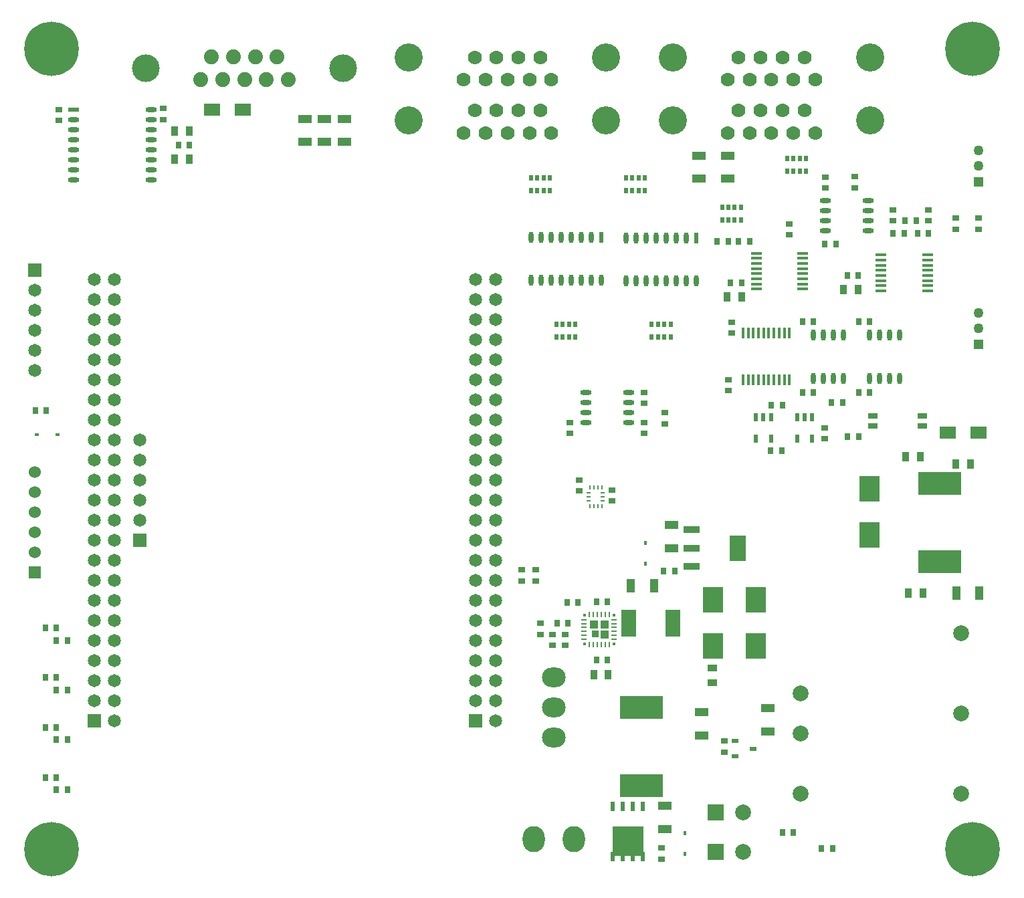
<source format=gbr>
%FSTAX23Y23*%
%MOIN*%
%SFA1B1*%

%IPPOS*%
%ADD10R,0.021654X0.017716*%
%ADD11R,0.019685X0.027559*%
%ADD12R,0.047244X0.031496*%
%ADD13R,0.084646X0.037402*%
%ADD14R,0.084646X0.127953*%
%ADD15R,0.035433X0.035433*%
%ADD16R,0.027559X0.009842*%
%ADD17R,0.009842X0.027559*%
%ADD18R,0.014764X0.014764*%
%ADD19R,0.044291X0.044291*%
%ADD20O,0.023622X0.057087*%
%ADD21O,0.023622X0.057087*%
%ADD22R,0.023622X0.057087*%
%ADD23R,0.057087X0.023622*%
%ADD24O,0.057087X0.023622*%
%ADD25O,0.057087X0.023622*%
%ADD26R,0.009842X0.021654*%
%ADD27R,0.021654X0.009842*%
%ADD28R,0.023622X0.039370*%
%ADD29O,0.055118X0.015748*%
%ADD30O,0.015748X0.055118*%
%ADD31R,0.027559X0.035433*%
%ADD32R,0.037402X0.051181*%
%ADD33R,0.035433X0.027559*%
%ADD34R,0.051181X0.037402*%
%ADD35R,0.035433X0.023622*%
%ADD36R,0.153937X0.147638*%
%ADD37R,0.024016X0.050000*%
%ADD38R,0.212598X0.114173*%
%ADD39R,0.072835X0.133858*%
%ADD40R,0.066929X0.041339*%
%ADD41R,0.084646X0.064961*%
%ADD42R,0.017716X0.021654*%
%ADD43R,0.098425X0.125000*%
%ADD44R,0.041339X0.066929*%
%ADD53C,0.050000*%
%ADD54R,0.050000X0.050000*%
%ADD55C,0.140000*%
%ADD56C,0.070000*%
%ADD57C,0.078740*%
%ADD58R,0.065000X0.065000*%
%ADD59C,0.065000*%
%ADD60O,0.110236X0.129921*%
%ADD61O,0.118110X0.098425*%
%ADD62C,0.060000*%
%ADD63R,0.060000X0.060000*%
%ADD64R,0.078740X0.078740*%
%ADD65C,0.074409*%
%ADD66C,0.137795*%
%ADD67C,0.271654*%
%LNhardwarecontrollerpcb_pads_top-1*%
%LPD*%
G54D10*
X00171Y0221D03*
X00068D03*
G54D11*
X03003Y03425D03*
X03035D03*
X03066D03*
X03098D03*
X03003Y03488D03*
X03035D03*
X03066D03*
X03098D03*
X02529Y03425D03*
X02561D03*
X02592D03*
X02624D03*
X02529Y03488D03*
X02561D03*
X02592D03*
X02624D03*
X02657Y02694D03*
X02688D03*
X0272D03*
X02751D03*
X02657Y02757D03*
X02688D03*
X0272D03*
X02751D03*
X03131Y02694D03*
X03163D03*
X03194D03*
X03226D03*
X03131Y02757D03*
X03163D03*
X03194D03*
X03226D03*
X03576Y03342D03*
X03545D03*
X03513D03*
X03482D03*
X03576Y03279D03*
X03545D03*
X03513D03*
X03482D03*
X039Y03586D03*
X03869D03*
X03837D03*
X03806D03*
X039Y03523D03*
X03869D03*
X03837D03*
X03806D03*
G54D12*
X0448Y02251D03*
Y02301D03*
X04232Y02251D03*
Y02301D03*
G54D13*
X0333Y01734D03*
Y01643D03*
Y01553D03*
G54D14*
X03559Y01643D03*
G54D15*
X02849Y01215D03*
G54D16*
X02795Y01188D03*
Y01207D03*
Y01227D03*
Y01247D03*
Y01266D03*
Y01286D03*
X02945D03*
Y01266D03*
Y01247D03*
Y01227D03*
Y01207D03*
Y01188D03*
G54D17*
X02821Y01312D03*
X02841D03*
X0286D03*
X0288D03*
X029D03*
X02919D03*
Y01162D03*
X029D03*
X0288D03*
X0286D03*
X02841D03*
X02821D03*
G54D18*
X02798Y01165D03*
Y01309D03*
X02942D03*
Y01165D03*
G54D19*
X02896Y01263D03*
X02844D03*
X02896Y01211D03*
G54D20*
X04218Y0249D03*
X04268D03*
X04318D03*
X04368D03*
X04218Y02704D03*
X04268D03*
X04318D03*
X04368D03*
X03938Y0249D03*
X03988D03*
X04038D03*
X04088D03*
X03938Y02705D03*
X03988D03*
X04038D03*
X04088D03*
G54D21*
X03004Y02976D03*
X03054D03*
X03104D03*
X03154D03*
X03204D03*
X03254D03*
X03304D03*
X03354D03*
X03004Y0319D03*
X03054D03*
X03104D03*
X03154D03*
X03204D03*
X03254D03*
X03304D03*
X02529Y02977D03*
X02579D03*
X02629D03*
X02679D03*
X02729D03*
X02779D03*
X02829D03*
X02879D03*
X02529Y03191D03*
X02579D03*
X02629D03*
X02679D03*
X02729D03*
X02779D03*
X02829D03*
G54D22*
X03354Y0319D03*
X02879Y03191D03*
G54D23*
X0025Y03827D03*
G54D24*
X0025Y03777D03*
Y03727D03*
Y03677D03*
Y03627D03*
Y03577D03*
Y03527D03*
Y03477D03*
X00636Y03827D03*
Y03777D03*
Y03727D03*
Y03677D03*
Y03627D03*
Y03577D03*
Y03527D03*
Y03477D03*
G54D25*
X02804Y02419D03*
Y02369D03*
Y02319D03*
Y02269D03*
X03018Y02419D03*
Y02369D03*
Y02319D03*
Y02269D03*
X04211Y03225D03*
Y03275D03*
Y03325D03*
Y03375D03*
X03996Y03225D03*
Y03275D03*
Y03325D03*
Y03375D03*
G54D26*
X02823Y01851D03*
X02842D03*
X02862D03*
X02882D03*
Y01944D03*
X02862D03*
X02842D03*
X02823D03*
G54D27*
X02888Y01877D03*
Y01897D03*
Y01917D03*
X02817D03*
Y01897D03*
Y01877D03*
G54D28*
X0393Y02294D03*
X03893D03*
X03856D03*
Y02188D03*
X0393D03*
X03726Y02294D03*
X03688D03*
X03651D03*
Y02188D03*
X03726D03*
G54D29*
X04507Y02925D03*
Y02951D03*
Y02976D03*
Y03002D03*
Y03028D03*
Y03053D03*
Y03079D03*
Y03104D03*
X04275Y02925D03*
Y02951D03*
Y02976D03*
Y03002D03*
Y03028D03*
Y03053D03*
Y03079D03*
Y03104D03*
X03885Y02934D03*
Y0296D03*
Y02985D03*
Y03011D03*
Y03036D03*
Y03062D03*
Y03088D03*
Y03113D03*
X03653Y02934D03*
Y0296D03*
Y02985D03*
Y03011D03*
Y03036D03*
Y03062D03*
Y03088D03*
Y03113D03*
G54D30*
X03587Y02481D03*
X03612D03*
X03638D03*
X03664D03*
X03689D03*
X03715D03*
X0374D03*
X03766D03*
X03792D03*
X03817D03*
X03587Y02714D03*
X03612D03*
X03638D03*
X03664D03*
X03689D03*
X03715D03*
X0374D03*
X03766D03*
X03792D03*
X03817D03*
G54D31*
X00165Y00437D03*
X0022D03*
X00165Y00687D03*
X0022D03*
X00165Y00935D03*
X0022D03*
X00165Y01183D03*
X0022D03*
X00059Y0233D03*
X00114D03*
X04108Y02198D03*
X04163D03*
X03838Y00226D03*
X03783D03*
X02765Y01372D03*
X0271D03*
X04027Y02369D03*
X04082D03*
X03728Y02355D03*
X03783D03*
X00165Y005D03*
X0011D03*
X00165Y0075D03*
X0011D03*
X00165Y00998D03*
X0011D03*
X00165Y01246D03*
X0011D03*
X04033Y00145D03*
X03978D03*
X03246Y01529D03*
X0319D03*
X02714Y01269D03*
X02659D03*
X02911Y01374D03*
X02856D03*
X02911Y01084D03*
X02856D03*
X04163Y02419D03*
X04218D03*
X04163Y02771D03*
X04218D03*
X00772Y03652D03*
X00827D03*
X04511Y03212D03*
X04456D03*
X04395Y03275D03*
X0445D03*
X04389Y03212D03*
X04334D03*
X0405Y03158D03*
X03995D03*
X04161Y03003D03*
X04106D03*
X03883Y0242D03*
X03938D03*
X03883Y02773D03*
X03938D03*
X0378Y0213D03*
X03725D03*
X03564Y03173D03*
X0362D03*
X03513D03*
X03458D03*
X0358Y02965D03*
X03525D03*
G54D32*
X04397Y021D03*
X0447D03*
X00754Y03581D03*
X00827D03*
X00828Y03722D03*
X00755D03*
X0472Y02062D03*
X04647D03*
X04409Y01417D03*
X04482D03*
X02842Y01013D03*
X02915D03*
X04161Y02932D03*
X04088D03*
X0358Y02896D03*
X03507D03*
G54D33*
X03492Y00625D03*
Y00681D03*
X02578Y01212D03*
Y01267D03*
X027Y01157D03*
Y01212D03*
X03181Y00092D03*
Y00147D03*
X04647Y03232D03*
Y03287D03*
X04761Y03232D03*
Y03287D03*
X03092Y02214D03*
Y02269D03*
X03198Y02263D03*
Y02318D03*
X02724Y02214D03*
Y02269D03*
X02771Y01982D03*
Y01927D03*
X02482Y0148D03*
Y01535D03*
X02553Y0148D03*
Y01535D03*
X04511Y03275D03*
Y0333D03*
X04334Y03275D03*
Y0333D03*
X02637Y01157D03*
Y01212D03*
X00698Y03834D03*
Y03779D03*
X00178Y03774D03*
Y03829D03*
X03092Y02364D03*
Y02419D03*
X02935Y01933D03*
Y01877D03*
X03996Y03437D03*
Y03492D03*
X04143Y0344D03*
Y03496D03*
X03995Y02243D03*
Y02188D03*
X03818Y03204D03*
Y03259D03*
X03529Y02714D03*
Y02769D03*
X03515Y02427D03*
Y02482D03*
G54D34*
X03435Y01044D03*
Y00971D03*
G54D35*
X03547Y00681D03*
Y00606D03*
X03637Y00643D03*
G54D36*
X03013Y00181D03*
G54D37*
X03088Y00354D03*
X03038D03*
X02988D03*
X02938D03*
Y00105D03*
X02988D03*
X03038D03*
X03088D03*
G54D38*
X04566Y01966D03*
Y01576D03*
X0308Y0085D03*
Y0046D03*
G54D39*
X03017Y01269D03*
X03236D03*
G54D40*
X016Y03783D03*
Y03667D03*
X01501Y03783D03*
Y03667D03*
X01403Y03783D03*
Y03667D03*
X0351Y036D03*
Y03484D03*
X03368Y036D03*
Y03484D03*
X0323Y01643D03*
Y01759D03*
X0371Y00845D03*
Y00729D03*
X03379Y00826D03*
Y0071D03*
X03196Y00358D03*
Y00242D03*
G54D41*
X04759Y02218D03*
X04606D03*
X01093Y03827D03*
X00939D03*
G54D42*
X031Y01564D03*
Y01667D03*
X03297Y00222D03*
Y0012D03*
G54D43*
X04216Y01708D03*
Y01938D03*
X03649Y01385D03*
Y01155D03*
X03438Y01385D03*
Y01155D03*
G54D44*
X04649Y01417D03*
X04765D03*
X03142Y01454D03*
X03026D03*
G54D53*
X04761Y02816D03*
Y02738D03*
Y03625D03*
Y03547D03*
G54D54*
X04761Y02659D03*
Y03468D03*
G54D55*
X0422Y03775D03*
Y0409D03*
X03236Y03775D03*
Y0409D03*
X01921Y0409D03*
Y03775D03*
X02905Y0409D03*
Y03775D03*
G54D56*
X03892Y0409D03*
X03783D03*
X03674D03*
X03565D03*
X03946Y03978D03*
X03837D03*
X03728D03*
X03619D03*
X0351D03*
Y03712D03*
X03619D03*
X03728D03*
X03837D03*
X03946D03*
X03565Y03824D03*
X03674D03*
X03783D03*
X03892D03*
X02576Y03824D03*
X02467D03*
X02358D03*
X02249D03*
X02631Y03712D03*
X02522D03*
X02413D03*
X02304D03*
X02195D03*
Y03978D03*
X02304D03*
X02413D03*
X02522D03*
X02631D03*
X02249Y0409D03*
X02358D03*
X02467D03*
X02576D03*
G54D57*
X04675Y0042D03*
Y0082D03*
Y0122D03*
X03875Y0042D03*
Y0072D03*
Y0092D03*
X03586Y00127D03*
Y00324D03*
G54D58*
X02255Y00781D03*
X00355D03*
X0058Y01681D03*
X00057Y03028D03*
G54D59*
X02355Y00781D03*
X02255Y00881D03*
X02355D03*
X02255Y00981D03*
X02355D03*
X02255Y01081D03*
X02355D03*
X02255Y01181D03*
X02355D03*
X02255Y01281D03*
X02355D03*
X02255Y01381D03*
X02355D03*
X02255Y01481D03*
X02355D03*
X02255Y01581D03*
X02355D03*
X02255Y01681D03*
X02355D03*
X02255Y01781D03*
X02355D03*
X02255Y01881D03*
X02355D03*
X02255Y01981D03*
X02355D03*
X02255Y02081D03*
X02355D03*
X02255Y02181D03*
X02355D03*
X02255Y02281D03*
X02355D03*
X02255Y02381D03*
X02355D03*
X02255Y02481D03*
X02355D03*
X02255Y02581D03*
X02355D03*
X02255Y02681D03*
X02355D03*
X02255Y02781D03*
X02355D03*
X02255Y02881D03*
X02355D03*
X02255Y02981D03*
X02355D03*
X00455Y00781D03*
X00355Y00881D03*
X00455D03*
X00355Y00981D03*
X00455D03*
X00355Y01081D03*
X00455D03*
X00355Y01181D03*
X00455D03*
X00355Y01281D03*
X00455D03*
X00355Y01381D03*
X00455D03*
X00355Y01481D03*
X00455D03*
X00355Y01581D03*
X00455D03*
X00355Y01681D03*
X00455D03*
X00355Y01781D03*
X00455D03*
X00355Y01881D03*
X00455D03*
X00355Y01981D03*
X00455D03*
X00355Y02081D03*
X00455D03*
X00355Y02181D03*
X00455D03*
X00355Y02281D03*
X00455D03*
X00355Y02381D03*
X00455D03*
X00355Y02481D03*
X00455D03*
X00355Y02581D03*
X00455D03*
X00355Y02681D03*
X00455D03*
X00355Y02781D03*
X00455D03*
X00355Y02881D03*
X00455D03*
X00355Y02981D03*
X00455D03*
X0058Y01781D03*
Y01881D03*
Y01981D03*
Y02081D03*
Y02181D03*
X00057Y02528D03*
Y02628D03*
Y02728D03*
X00057Y02828D03*
X00057Y02928D03*
G54D60*
X02543Y00192D03*
X02744D03*
G54D61*
X02643Y007D03*
Y0085D03*
Y01D03*
G54D62*
X00057Y02023D03*
Y01923D03*
Y01823D03*
Y01623D03*
Y01723D03*
G54D63*
X00057Y01523D03*
G54D64*
X03449Y00127D03*
Y00324D03*
G54D65*
X00883Y03979D03*
X00993D03*
X01102D03*
X01211D03*
X0132D03*
X00938Y04091D03*
X01047D03*
X01156D03*
X01265D03*
G54D66*
X01594Y04035D03*
X00609D03*
G54D67*
X0473Y00141D03*
Y04133D03*
X00141D03*
Y00141D03*
M02*
</source>
